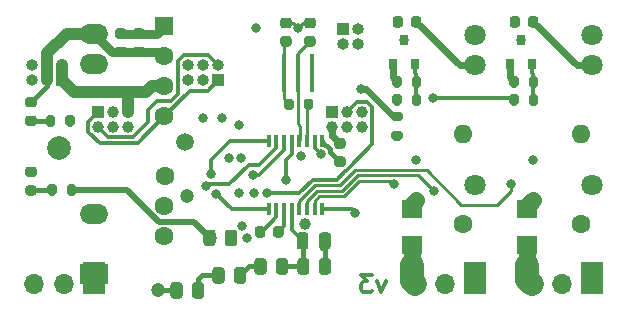
<source format=gbr>
%TF.GenerationSoftware,KiCad,Pcbnew,(5.1.10)-1*%
%TF.CreationDate,2022-01-18T17:52:15+07:00*%
%TF.ProjectId,Power_manager_v3,506f7765-725f-46d6-916e-616765725f76,rev?*%
%TF.SameCoordinates,Original*%
%TF.FileFunction,Copper,L4,Bot*%
%TF.FilePolarity,Positive*%
%FSLAX46Y46*%
G04 Gerber Fmt 4.6, Leading zero omitted, Abs format (unit mm)*
G04 Created by KiCad (PCBNEW (5.1.10)-1) date 2022-01-18 17:52:15*
%MOMM*%
%LPD*%
G01*
G04 APERTURE LIST*
%TA.AperFunction,NonConductor*%
%ADD10C,0.300000*%
%TD*%
%TA.AperFunction,ComponentPad*%
%ADD11C,1.000000*%
%TD*%
%TA.AperFunction,ComponentPad*%
%ADD12R,1.000000X1.000000*%
%TD*%
%TA.AperFunction,ComponentPad*%
%ADD13C,1.600000*%
%TD*%
%TA.AperFunction,ComponentPad*%
%ADD14R,1.600000X1.600000*%
%TD*%
%TA.AperFunction,ComponentPad*%
%ADD15R,2.400000X1.700000*%
%TD*%
%TA.AperFunction,ComponentPad*%
%ADD16O,2.400000X1.700000*%
%TD*%
%TA.AperFunction,ComponentPad*%
%ADD17O,1.700000X1.700000*%
%TD*%
%TA.AperFunction,ComponentPad*%
%ADD18R,1.900000X2.700000*%
%TD*%
%TA.AperFunction,ComponentPad*%
%ADD19O,1.000000X1.000000*%
%TD*%
%TA.AperFunction,ComponentPad*%
%ADD20C,1.500000*%
%TD*%
%TA.AperFunction,ComponentPad*%
%ADD21O,1.600000X1.600000*%
%TD*%
%TA.AperFunction,ComponentPad*%
%ADD22C,2.000000*%
%TD*%
%TA.AperFunction,SMDPad,CuDef*%
%ADD23R,0.400000X3.200000*%
%TD*%
%TA.AperFunction,SMDPad,CuDef*%
%ADD24R,0.400000X1.000000*%
%TD*%
%TA.AperFunction,SMDPad,CuDef*%
%ADD25R,0.800000X0.900000*%
%TD*%
%TA.AperFunction,ComponentPad*%
%ADD26C,1.800000*%
%TD*%
%TA.AperFunction,ComponentPad*%
%ADD27R,1.800000X1.800000*%
%TD*%
%TA.AperFunction,SMDPad,CuDef*%
%ADD28R,1.800000X1.500000*%
%TD*%
%TA.AperFunction,ViaPad*%
%ADD29C,0.800000*%
%TD*%
%TA.AperFunction,ViaPad*%
%ADD30C,1.200000*%
%TD*%
%TA.AperFunction,ViaPad*%
%ADD31C,1.000000*%
%TD*%
%TA.AperFunction,Conductor*%
%ADD32C,1.000000*%
%TD*%
%TA.AperFunction,Conductor*%
%ADD33C,0.800000*%
%TD*%
%TA.AperFunction,Conductor*%
%ADD34C,0.400000*%
%TD*%
%TA.AperFunction,Conductor*%
%ADD35C,1.400000*%
%TD*%
%TA.AperFunction,Conductor*%
%ADD36C,0.250000*%
%TD*%
%TA.AperFunction,Conductor*%
%ADD37C,0.600000*%
%TD*%
%TA.AperFunction,Conductor*%
%ADD38C,0.300000*%
%TD*%
%TA.AperFunction,Conductor*%
%ADD39C,2.000000*%
%TD*%
%TA.AperFunction,Conductor*%
%ADD40C,0.500000*%
%TD*%
G04 APERTURE END LIST*
D10*
X106151428Y-97900571D02*
X105794285Y-98900571D01*
X105437142Y-97900571D01*
X105008571Y-97400571D02*
X104080000Y-97400571D01*
X104580000Y-97972000D01*
X104365714Y-97972000D01*
X104222857Y-98043428D01*
X104151428Y-98114857D01*
X104080000Y-98257714D01*
X104080000Y-98614857D01*
X104151428Y-98757714D01*
X104222857Y-98829142D01*
X104365714Y-98900571D01*
X104794285Y-98900571D01*
X104937142Y-98829142D01*
X105008571Y-98757714D01*
D11*
%TO.P,U7,B6*%
%TO.N,/Int*%
X104191000Y-84887000D03*
%TO.P,U7,B5*%
%TO.N,/+5V_valid*%
X104191000Y-83617000D03*
%TO.P,U7,B4*%
%TO.N,/I2C_SCL*%
X102921000Y-84887000D03*
%TO.P,U7,B3*%
%TO.N,/I2C_SDA*%
X102921000Y-83617000D03*
%TO.P,U7,B2*%
%TO.N,GNDPWR*%
X101651000Y-84887000D03*
D12*
%TO.P,U7,B1*%
%TO.N,+3.3VP*%
X101651000Y-83617000D03*
D11*
%TO.P,U7,A6*%
%TO.N,GND1*%
X84379000Y-84887000D03*
%TO.P,U7,A5*%
%TO.N,+5P*%
X84379000Y-83617000D03*
%TO.P,U7,A4*%
%TO.N,/scl0*%
X83109000Y-84887000D03*
%TO.P,U7,A3*%
%TO.N,/sda0*%
X83109000Y-83617000D03*
%TO.P,U7,A2*%
%TO.N,/I2C_Int*%
X81839000Y-84887000D03*
D12*
%TO.P,U7,A1*%
%TO.N,/+5V_state*%
X81839000Y-83617000D03*
%TD*%
D13*
%TO.P,U4,7*%
%TO.N,Net-(JP6-Pad1)*%
X87427000Y-94158000D03*
%TO.P,U4,6*%
%TO.N,GNDPWR*%
X87427000Y-91618000D03*
%TO.P,U4,5*%
%TO.N,Net-(JP5-Pad1)*%
X87436500Y-89078000D03*
%TO.P,U4,4*%
%TO.N,/+5V_state*%
X87427000Y-83998000D03*
%TO.P,U4,3*%
%TO.N,+5P*%
X87427000Y-81458000D03*
%TO.P,U4,2*%
%TO.N,GND1*%
X87427000Y-78918000D03*
D14*
%TO.P,U4,1*%
%TO.N,Net-(C6-Pad2)*%
X87427000Y-76378000D03*
%TD*%
D15*
%TO.P,U1,1*%
%TO.N,Net-(J1-Pad1)*%
X81458000Y-97333000D03*
D16*
%TO.P,U1,2*%
%TO.N,Net-(J1-Pad3)*%
X81458000Y-92253000D03*
%TO.P,U1,3*%
%TO.N,+5V*%
X81458000Y-79553000D03*
%TO.P,U1,4*%
%TO.N,GND1*%
X81458000Y-77013000D03*
%TD*%
D17*
%TO.P,J4,3*%
%TO.N,/Load2N*%
X118542000Y-98222000D03*
%TO.P,J4,2*%
%TO.N,N/C*%
X121082000Y-98222000D03*
D18*
%TO.P,J4,1*%
%TO.N,Net-(J4-Pad1)*%
X123622000Y-97714000D03*
%TD*%
D17*
%TO.P,J3,3*%
%TO.N,/Load1N*%
X108636000Y-98222000D03*
%TO.P,J3,2*%
%TO.N,N/C*%
X111176000Y-98222000D03*
D18*
%TO.P,J3,1*%
%TO.N,Net-(J3-Pad1)*%
X113716000Y-97714000D03*
%TD*%
D17*
%TO.P,J1,3*%
%TO.N,Net-(J1-Pad3)*%
X76378000Y-98222000D03*
%TO.P,J1,2*%
%TO.N,N/C*%
X78918000Y-98222000D03*
D18*
%TO.P,J1,1*%
%TO.N,Net-(J1-Pad1)*%
X81458000Y-97714000D03*
%TD*%
D19*
%TO.P,JP4,4*%
%TO.N,/nRst*%
X103810000Y-77902000D03*
%TO.P,JP4,3*%
%TO.N,GNDPWR*%
X103810000Y-76632000D03*
%TO.P,JP4,2*%
%TO.N,Net-(JP4-Pad2)*%
X102540000Y-77902000D03*
D12*
%TO.P,JP4,1*%
%TO.N,GNDPWR*%
X102540000Y-76632000D03*
%TD*%
D19*
%TO.P,J6,6*%
%TO.N,/sda0*%
X89459000Y-79680000D03*
%TO.P,J6,5*%
%TO.N,/scl0*%
X89459000Y-80950000D03*
%TO.P,J6,4*%
%TO.N,GND1*%
X90729000Y-79680000D03*
%TO.P,J6,3*%
X90729000Y-80950000D03*
%TO.P,J6,2*%
%TO.N,/I2C_Int*%
X91999000Y-79680000D03*
D12*
%TO.P,J6,1*%
%TO.N,/+5V_state*%
X91999000Y-80950000D03*
%TD*%
D20*
%TO.P,KP1,1*%
%TO.N,Net-(KP1-Pad1)*%
X89205000Y-86157000D03*
%TD*%
D21*
%TO.P,F1,2*%
%TO.N,Net-(F1-Pad2)*%
X112700000Y-85522000D03*
D13*
%TO.P,F1,1*%
%TO.N,AC*%
X112700000Y-93142000D03*
%TD*%
%TO.P,R27,2*%
%TO.N,Net-(R27-Pad2)*%
%TA.AperFunction,SMDPad,CuDef*%
G36*
G01*
X106837000Y-85248000D02*
X107387000Y-85248000D01*
G75*
G02*
X107587000Y-85448000I0J-200000D01*
G01*
X107587000Y-85848000D01*
G75*
G02*
X107387000Y-86048000I-200000J0D01*
G01*
X106837000Y-86048000D01*
G75*
G02*
X106637000Y-85848000I0J200000D01*
G01*
X106637000Y-85448000D01*
G75*
G02*
X106837000Y-85248000I200000J0D01*
G01*
G37*
%TD.AperFunction*%
%TO.P,R27,1*%
%TO.N,+3.3VP*%
%TA.AperFunction,SMDPad,CuDef*%
G36*
G01*
X106837000Y-83598000D02*
X107387000Y-83598000D01*
G75*
G02*
X107587000Y-83798000I0J-200000D01*
G01*
X107587000Y-84198000D01*
G75*
G02*
X107387000Y-84398000I-200000J0D01*
G01*
X106837000Y-84398000D01*
G75*
G02*
X106637000Y-84198000I0J200000D01*
G01*
X106637000Y-83798000D01*
G75*
G02*
X106837000Y-83598000I200000J0D01*
G01*
G37*
%TD.AperFunction*%
%TD*%
%TO.P,L1,2*%
%TO.N,Net-(C17-Pad2)*%
%TA.AperFunction,SMDPad,CuDef*%
G36*
G01*
X92549500Y-94735001D02*
X92549500Y-93834999D01*
G75*
G02*
X92799499Y-93585000I249999J0D01*
G01*
X93324501Y-93585000D01*
G75*
G02*
X93574500Y-93834999I0J-249999D01*
G01*
X93574500Y-94735001D01*
G75*
G02*
X93324501Y-94985000I-249999J0D01*
G01*
X92799499Y-94985000D01*
G75*
G02*
X92549500Y-94735001I0J249999D01*
G01*
G37*
%TD.AperFunction*%
%TO.P,L1,1*%
%TO.N,+3.3VP*%
%TA.AperFunction,SMDPad,CuDef*%
G36*
G01*
X90724500Y-94735001D02*
X90724500Y-93834999D01*
G75*
G02*
X90974499Y-93585000I249999J0D01*
G01*
X91499501Y-93585000D01*
G75*
G02*
X91749500Y-93834999I0J-249999D01*
G01*
X91749500Y-94735001D01*
G75*
G02*
X91499501Y-94985000I-249999J0D01*
G01*
X90974499Y-94985000D01*
G75*
G02*
X90724500Y-94735001I0J249999D01*
G01*
G37*
%TD.AperFunction*%
%TD*%
%TO.P,C16,2*%
%TO.N,+3.3VP*%
%TA.AperFunction,SMDPad,CuDef*%
G36*
G01*
X102036000Y-87384000D02*
X102536000Y-87384000D01*
G75*
G02*
X102761000Y-87609000I0J-225000D01*
G01*
X102761000Y-88059000D01*
G75*
G02*
X102536000Y-88284000I-225000J0D01*
G01*
X102036000Y-88284000D01*
G75*
G02*
X101811000Y-88059000I0J225000D01*
G01*
X101811000Y-87609000D01*
G75*
G02*
X102036000Y-87384000I225000J0D01*
G01*
G37*
%TD.AperFunction*%
%TO.P,C16,1*%
%TO.N,GNDPWR*%
%TA.AperFunction,SMDPad,CuDef*%
G36*
G01*
X102036000Y-85834000D02*
X102536000Y-85834000D01*
G75*
G02*
X102761000Y-86059000I0J-225000D01*
G01*
X102761000Y-86509000D01*
G75*
G02*
X102536000Y-86734000I-225000J0D01*
G01*
X102036000Y-86734000D01*
G75*
G02*
X101811000Y-86509000I0J225000D01*
G01*
X101811000Y-86059000D01*
G75*
G02*
X102036000Y-85834000I225000J0D01*
G01*
G37*
%TD.AperFunction*%
%TD*%
%TO.P,C14,2*%
%TO.N,Net-(C14-Pad2)*%
%TA.AperFunction,SMDPad,CuDef*%
G36*
G01*
X95979000Y-93527000D02*
X95979000Y-94027000D01*
G75*
G02*
X95754000Y-94252000I-225000J0D01*
G01*
X95304000Y-94252000D01*
G75*
G02*
X95079000Y-94027000I0J225000D01*
G01*
X95079000Y-93527000D01*
G75*
G02*
X95304000Y-93302000I225000J0D01*
G01*
X95754000Y-93302000D01*
G75*
G02*
X95979000Y-93527000I0J-225000D01*
G01*
G37*
%TD.AperFunction*%
%TO.P,C14,1*%
%TO.N,GNDPWR*%
%TA.AperFunction,SMDPad,CuDef*%
G36*
G01*
X97529000Y-93527000D02*
X97529000Y-94027000D01*
G75*
G02*
X97304000Y-94252000I-225000J0D01*
G01*
X96854000Y-94252000D01*
G75*
G02*
X96629000Y-94027000I0J225000D01*
G01*
X96629000Y-93527000D01*
G75*
G02*
X96854000Y-93302000I225000J0D01*
G01*
X97304000Y-93302000D01*
G75*
G02*
X97529000Y-93527000I0J-225000D01*
G01*
G37*
%TD.AperFunction*%
%TD*%
D22*
%TO.P,GND1,1*%
%TO.N,GND1*%
X78537000Y-86665000D03*
%TD*%
D23*
%TO.P,Y2,3*%
%TO.N,N/C*%
X99930000Y-80315000D03*
%TO.P,Y2,2*%
%TO.N,Net-(C18-Pad2)*%
X98730000Y-80315000D03*
%TO.P,Y2,1*%
%TO.N,Net-(C19-Pad2)*%
X97530000Y-80315000D03*
%TD*%
D24*
%TO.P,U6,16*%
%TO.N,+3.3VP*%
X100807000Y-86072000D03*
%TO.P,U6,15*%
%TO.N,/Int*%
X100157000Y-86072000D03*
%TO.P,U6,14*%
%TO.N,Net-(R26-Pad1)*%
X99507000Y-86072000D03*
%TO.P,U6,13*%
%TO.N,Net-(C18-Pad2)*%
X98857000Y-86072000D03*
%TO.P,U6,12*%
%TO.N,Net-(R27-Pad2)*%
X98207000Y-86072000D03*
%TO.P,U6,11*%
%TO.N,/SPI_SSEL*%
X97557000Y-86072000D03*
%TO.P,U6,10*%
%TO.N,/SPI_SCLK*%
X96907000Y-86072000D03*
%TO.P,U6,9*%
%TO.N,/SPI_MOSI*%
X96257000Y-86072000D03*
%TO.P,U6,8*%
%TO.N,/SPI_MISO*%
X96257000Y-91872000D03*
%TO.P,U6,7*%
%TO.N,Net-(C14-Pad2)*%
X96907000Y-91872000D03*
%TO.P,U6,6*%
%TO.N,GNDPWR*%
X97557000Y-91872000D03*
%TO.P,U6,5*%
%TO.N,Net-(C13-Pad2)*%
X98207000Y-91872000D03*
%TO.P,U6,4*%
%TO.N,Net-(C12-Pad1)*%
X98857000Y-91872000D03*
%TO.P,U6,3*%
%TO.N,Net-(C11-Pad2)*%
X99507000Y-91872000D03*
%TO.P,U6,2*%
%TO.N,Net-(C10-Pad1)*%
X100157000Y-91872000D03*
%TO.P,U6,1*%
%TO.N,Net-(C9-Pad2)*%
X100807000Y-91872000D03*
%TD*%
%TO.P,R26,2*%
%TO.N,Net-(C19-Pad2)*%
%TA.AperFunction,SMDPad,CuDef*%
G36*
G01*
X98368000Y-82707000D02*
X98368000Y-83257000D01*
G75*
G02*
X98168000Y-83457000I-200000J0D01*
G01*
X97768000Y-83457000D01*
G75*
G02*
X97568000Y-83257000I0J200000D01*
G01*
X97568000Y-82707000D01*
G75*
G02*
X97768000Y-82507000I200000J0D01*
G01*
X98168000Y-82507000D01*
G75*
G02*
X98368000Y-82707000I0J-200000D01*
G01*
G37*
%TD.AperFunction*%
%TO.P,R26,1*%
%TO.N,Net-(R26-Pad1)*%
%TA.AperFunction,SMDPad,CuDef*%
G36*
G01*
X100018000Y-82707000D02*
X100018000Y-83257000D01*
G75*
G02*
X99818000Y-83457000I-200000J0D01*
G01*
X99418000Y-83457000D01*
G75*
G02*
X99218000Y-83257000I0J200000D01*
G01*
X99218000Y-82707000D01*
G75*
G02*
X99418000Y-82507000I200000J0D01*
G01*
X99818000Y-82507000D01*
G75*
G02*
X100018000Y-82707000I0J-200000D01*
G01*
G37*
%TD.AperFunction*%
%TD*%
%TO.P,R22,2*%
%TO.N,GNDPWR*%
%TA.AperFunction,SMDPad,CuDef*%
G36*
G01*
X100503500Y-97148001D02*
X100503500Y-96247999D01*
G75*
G02*
X100753499Y-95998000I249999J0D01*
G01*
X101278501Y-95998000D01*
G75*
G02*
X101528500Y-96247999I0J-249999D01*
G01*
X101528500Y-97148001D01*
G75*
G02*
X101278501Y-97398000I-249999J0D01*
G01*
X100753499Y-97398000D01*
G75*
G02*
X100503500Y-97148001I0J249999D01*
G01*
G37*
%TD.AperFunction*%
%TO.P,R22,1*%
%TO.N,Net-(C13-Pad2)*%
%TA.AperFunction,SMDPad,CuDef*%
G36*
G01*
X98678500Y-97148001D02*
X98678500Y-96247999D01*
G75*
G02*
X98928499Y-95998000I249999J0D01*
G01*
X99453501Y-95998000D01*
G75*
G02*
X99703500Y-96247999I0J-249999D01*
G01*
X99703500Y-97148001D01*
G75*
G02*
X99453501Y-97398000I-249999J0D01*
G01*
X98928499Y-97398000D01*
G75*
G02*
X98678500Y-97148001I0J249999D01*
G01*
G37*
%TD.AperFunction*%
%TD*%
%TO.P,R17,2*%
%TO.N,Net-(R11-Pad1)*%
%TA.AperFunction,SMDPad,CuDef*%
G36*
G01*
X96067500Y-96247999D02*
X96067500Y-97148001D01*
G75*
G02*
X95817501Y-97398000I-249999J0D01*
G01*
X95292499Y-97398000D01*
G75*
G02*
X95042500Y-97148001I0J249999D01*
G01*
X95042500Y-96247999D01*
G75*
G02*
X95292499Y-95998000I249999J0D01*
G01*
X95817501Y-95998000D01*
G75*
G02*
X96067500Y-96247999I0J-249999D01*
G01*
G37*
%TD.AperFunction*%
%TO.P,R17,1*%
%TO.N,Net-(C13-Pad2)*%
%TA.AperFunction,SMDPad,CuDef*%
G36*
G01*
X97892500Y-96247999D02*
X97892500Y-97148001D01*
G75*
G02*
X97642501Y-97398000I-249999J0D01*
G01*
X97117499Y-97398000D01*
G75*
G02*
X96867500Y-97148001I0J249999D01*
G01*
X96867500Y-96247999D01*
G75*
G02*
X97117499Y-95998000I249999J0D01*
G01*
X97642501Y-95998000D01*
G75*
G02*
X97892500Y-96247999I0J-249999D01*
G01*
G37*
%TD.AperFunction*%
%TD*%
%TO.P,R12,2*%
%TO.N,AC*%
%TA.AperFunction,SMDPad,CuDef*%
G36*
G01*
X88955500Y-98279999D02*
X88955500Y-99180001D01*
G75*
G02*
X88705501Y-99430000I-249999J0D01*
G01*
X88180499Y-99430000D01*
G75*
G02*
X87930500Y-99180001I0J249999D01*
G01*
X87930500Y-98279999D01*
G75*
G02*
X88180499Y-98030000I249999J0D01*
G01*
X88705501Y-98030000D01*
G75*
G02*
X88955500Y-98279999I0J-249999D01*
G01*
G37*
%TD.AperFunction*%
%TO.P,R12,1*%
%TO.N,Net-(R11-Pad2)*%
%TA.AperFunction,SMDPad,CuDef*%
G36*
G01*
X90780500Y-98279999D02*
X90780500Y-99180001D01*
G75*
G02*
X90530501Y-99430000I-249999J0D01*
G01*
X90005499Y-99430000D01*
G75*
G02*
X89755500Y-99180001I0J249999D01*
G01*
X89755500Y-98279999D01*
G75*
G02*
X90005499Y-98030000I249999J0D01*
G01*
X90530501Y-98030000D01*
G75*
G02*
X90780500Y-98279999I0J-249999D01*
G01*
G37*
%TD.AperFunction*%
%TD*%
%TO.P,R11,2*%
%TO.N,Net-(R11-Pad2)*%
%TA.AperFunction,SMDPad,CuDef*%
G36*
G01*
X92511500Y-97009999D02*
X92511500Y-97910001D01*
G75*
G02*
X92261501Y-98160000I-249999J0D01*
G01*
X91736499Y-98160000D01*
G75*
G02*
X91486500Y-97910001I0J249999D01*
G01*
X91486500Y-97009999D01*
G75*
G02*
X91736499Y-96760000I249999J0D01*
G01*
X92261501Y-96760000D01*
G75*
G02*
X92511500Y-97009999I0J-249999D01*
G01*
G37*
%TD.AperFunction*%
%TO.P,R11,1*%
%TO.N,Net-(R11-Pad1)*%
%TA.AperFunction,SMDPad,CuDef*%
G36*
G01*
X94336500Y-97009999D02*
X94336500Y-97910001D01*
G75*
G02*
X94086501Y-98160000I-249999J0D01*
G01*
X93561499Y-98160000D01*
G75*
G02*
X93311500Y-97910001I0J249999D01*
G01*
X93311500Y-97009999D01*
G75*
G02*
X93561499Y-96760000I249999J0D01*
G01*
X94086501Y-96760000D01*
G75*
G02*
X94336500Y-97009999I0J-249999D01*
G01*
G37*
%TD.AperFunction*%
%TD*%
%TO.P,R7,2*%
%TO.N,GNDPWR*%
%TA.AperFunction,SMDPad,CuDef*%
G36*
G01*
X107513000Y-80802000D02*
X107513000Y-81352000D01*
G75*
G02*
X107313000Y-81552000I-200000J0D01*
G01*
X106913000Y-81552000D01*
G75*
G02*
X106713000Y-81352000I0J200000D01*
G01*
X106713000Y-80802000D01*
G75*
G02*
X106913000Y-80602000I200000J0D01*
G01*
X107313000Y-80602000D01*
G75*
G02*
X107513000Y-80802000I0J-200000D01*
G01*
G37*
%TD.AperFunction*%
%TO.P,R7,1*%
%TO.N,Net-(Q1-Pad1)*%
%TA.AperFunction,SMDPad,CuDef*%
G36*
G01*
X109163000Y-80802000D02*
X109163000Y-81352000D01*
G75*
G02*
X108963000Y-81552000I-200000J0D01*
G01*
X108563000Y-81552000D01*
G75*
G02*
X108363000Y-81352000I0J200000D01*
G01*
X108363000Y-80802000D01*
G75*
G02*
X108563000Y-80602000I200000J0D01*
G01*
X108963000Y-80602000D01*
G75*
G02*
X109163000Y-80802000I0J-200000D01*
G01*
G37*
%TD.AperFunction*%
%TD*%
%TO.P,R3,2*%
%TO.N,/L1_o1_nEn*%
%TA.AperFunction,SMDPad,CuDef*%
G36*
G01*
X107513000Y-82326000D02*
X107513000Y-82876000D01*
G75*
G02*
X107313000Y-83076000I-200000J0D01*
G01*
X106913000Y-83076000D01*
G75*
G02*
X106713000Y-82876000I0J200000D01*
G01*
X106713000Y-82326000D01*
G75*
G02*
X106913000Y-82126000I200000J0D01*
G01*
X107313000Y-82126000D01*
G75*
G02*
X107513000Y-82326000I0J-200000D01*
G01*
G37*
%TD.AperFunction*%
%TO.P,R3,1*%
%TO.N,Net-(Q1-Pad1)*%
%TA.AperFunction,SMDPad,CuDef*%
G36*
G01*
X109163000Y-82326000D02*
X109163000Y-82876000D01*
G75*
G02*
X108963000Y-83076000I-200000J0D01*
G01*
X108563000Y-83076000D01*
G75*
G02*
X108363000Y-82876000I0J200000D01*
G01*
X108363000Y-82326000D01*
G75*
G02*
X108563000Y-82126000I200000J0D01*
G01*
X108963000Y-82126000D01*
G75*
G02*
X109163000Y-82326000I0J-200000D01*
G01*
G37*
%TD.AperFunction*%
%TD*%
D25*
%TO.P,Q1,3*%
%TO.N,Net-(C1-Pad1)*%
X107686000Y-77521000D03*
%TO.P,Q1,2*%
%TO.N,GNDPWR*%
X106736000Y-79521000D03*
%TO.P,Q1,1*%
%TO.N,Net-(Q1-Pad1)*%
X108636000Y-79521000D03*
%TD*%
%TO.P,C19,2*%
%TO.N,Net-(C19-Pad2)*%
%TA.AperFunction,SMDPad,CuDef*%
G36*
G01*
X97464000Y-77198000D02*
X97964000Y-77198000D01*
G75*
G02*
X98189000Y-77423000I0J-225000D01*
G01*
X98189000Y-77873000D01*
G75*
G02*
X97964000Y-78098000I-225000J0D01*
G01*
X97464000Y-78098000D01*
G75*
G02*
X97239000Y-77873000I0J225000D01*
G01*
X97239000Y-77423000D01*
G75*
G02*
X97464000Y-77198000I225000J0D01*
G01*
G37*
%TD.AperFunction*%
%TO.P,C19,1*%
%TO.N,GNDPWR*%
%TA.AperFunction,SMDPad,CuDef*%
G36*
G01*
X97464000Y-75648000D02*
X97964000Y-75648000D01*
G75*
G02*
X98189000Y-75873000I0J-225000D01*
G01*
X98189000Y-76323000D01*
G75*
G02*
X97964000Y-76548000I-225000J0D01*
G01*
X97464000Y-76548000D01*
G75*
G02*
X97239000Y-76323000I0J225000D01*
G01*
X97239000Y-75873000D01*
G75*
G02*
X97464000Y-75648000I225000J0D01*
G01*
G37*
%TD.AperFunction*%
%TD*%
%TO.P,C18,2*%
%TO.N,Net-(C18-Pad2)*%
%TA.AperFunction,SMDPad,CuDef*%
G36*
G01*
X99496000Y-77198000D02*
X99996000Y-77198000D01*
G75*
G02*
X100221000Y-77423000I0J-225000D01*
G01*
X100221000Y-77873000D01*
G75*
G02*
X99996000Y-78098000I-225000J0D01*
G01*
X99496000Y-78098000D01*
G75*
G02*
X99271000Y-77873000I0J225000D01*
G01*
X99271000Y-77423000D01*
G75*
G02*
X99496000Y-77198000I225000J0D01*
G01*
G37*
%TD.AperFunction*%
%TO.P,C18,1*%
%TO.N,GNDPWR*%
%TA.AperFunction,SMDPad,CuDef*%
G36*
G01*
X99496000Y-75648000D02*
X99996000Y-75648000D01*
G75*
G02*
X100221000Y-75873000I0J-225000D01*
G01*
X100221000Y-76323000D01*
G75*
G02*
X99996000Y-76548000I-225000J0D01*
G01*
X99496000Y-76548000D01*
G75*
G02*
X99271000Y-76323000I0J225000D01*
G01*
X99271000Y-75873000D01*
G75*
G02*
X99496000Y-75648000I225000J0D01*
G01*
G37*
%TD.AperFunction*%
%TD*%
%TO.P,C13,2*%
%TO.N,Net-(C13-Pad2)*%
%TA.AperFunction,SMDPad,CuDef*%
G36*
G01*
X99616000Y-94064000D02*
X99616000Y-95014000D01*
G75*
G02*
X99366000Y-95264000I-250000J0D01*
G01*
X98866000Y-95264000D01*
G75*
G02*
X98616000Y-95014000I0J250000D01*
G01*
X98616000Y-94064000D01*
G75*
G02*
X98866000Y-93814000I250000J0D01*
G01*
X99366000Y-93814000D01*
G75*
G02*
X99616000Y-94064000I0J-250000D01*
G01*
G37*
%TD.AperFunction*%
%TO.P,C13,1*%
%TO.N,GNDPWR*%
%TA.AperFunction,SMDPad,CuDef*%
G36*
G01*
X101516000Y-94064000D02*
X101516000Y-95014000D01*
G75*
G02*
X101266000Y-95264000I-250000J0D01*
G01*
X100766000Y-95264000D01*
G75*
G02*
X100516000Y-95014000I0J250000D01*
G01*
X100516000Y-94064000D01*
G75*
G02*
X100766000Y-93814000I250000J0D01*
G01*
X101266000Y-93814000D01*
G75*
G02*
X101516000Y-94064000I0J-250000D01*
G01*
G37*
%TD.AperFunction*%
%TD*%
%TO.P,C8,2*%
%TO.N,Net-(C6-Pad2)*%
%TA.AperFunction,SMDPad,CuDef*%
G36*
G01*
X83968000Y-77437000D02*
X83468000Y-77437000D01*
G75*
G02*
X83243000Y-77212000I0J225000D01*
G01*
X83243000Y-76762000D01*
G75*
G02*
X83468000Y-76537000I225000J0D01*
G01*
X83968000Y-76537000D01*
G75*
G02*
X84193000Y-76762000I0J-225000D01*
G01*
X84193000Y-77212000D01*
G75*
G02*
X83968000Y-77437000I-225000J0D01*
G01*
G37*
%TD.AperFunction*%
%TO.P,C8,1*%
%TO.N,GND1*%
%TA.AperFunction,SMDPad,CuDef*%
G36*
G01*
X83968000Y-78987000D02*
X83468000Y-78987000D01*
G75*
G02*
X83243000Y-78762000I0J225000D01*
G01*
X83243000Y-78312000D01*
G75*
G02*
X83468000Y-78087000I225000J0D01*
G01*
X83968000Y-78087000D01*
G75*
G02*
X84193000Y-78312000I0J-225000D01*
G01*
X84193000Y-78762000D01*
G75*
G02*
X83968000Y-78987000I-225000J0D01*
G01*
G37*
%TD.AperFunction*%
%TD*%
%TO.P,C6,2*%
%TO.N,Net-(C6-Pad2)*%
%TA.AperFunction,SMDPad,CuDef*%
G36*
G01*
X85518000Y-77437000D02*
X85018000Y-77437000D01*
G75*
G02*
X84793000Y-77212000I0J225000D01*
G01*
X84793000Y-76762000D01*
G75*
G02*
X85018000Y-76537000I225000J0D01*
G01*
X85518000Y-76537000D01*
G75*
G02*
X85743000Y-76762000I0J-225000D01*
G01*
X85743000Y-77212000D01*
G75*
G02*
X85518000Y-77437000I-225000J0D01*
G01*
G37*
%TD.AperFunction*%
%TO.P,C6,1*%
%TO.N,GND1*%
%TA.AperFunction,SMDPad,CuDef*%
G36*
G01*
X85518000Y-78987000D02*
X85018000Y-78987000D01*
G75*
G02*
X84793000Y-78762000I0J225000D01*
G01*
X84793000Y-78312000D01*
G75*
G02*
X85018000Y-78087000I225000J0D01*
G01*
X85518000Y-78087000D01*
G75*
G02*
X85743000Y-78312000I0J-225000D01*
G01*
X85743000Y-78762000D01*
G75*
G02*
X85518000Y-78987000I-225000J0D01*
G01*
G37*
%TD.AperFunction*%
%TD*%
%TO.P,R4,2*%
%TO.N,/L1_o2_nEn*%
%TA.AperFunction,SMDPad,CuDef*%
G36*
G01*
X117419000Y-82326000D02*
X117419000Y-82876000D01*
G75*
G02*
X117219000Y-83076000I-200000J0D01*
G01*
X116819000Y-83076000D01*
G75*
G02*
X116619000Y-82876000I0J200000D01*
G01*
X116619000Y-82326000D01*
G75*
G02*
X116819000Y-82126000I200000J0D01*
G01*
X117219000Y-82126000D01*
G75*
G02*
X117419000Y-82326000I0J-200000D01*
G01*
G37*
%TD.AperFunction*%
%TO.P,R4,1*%
%TO.N,Net-(Q2-Pad1)*%
%TA.AperFunction,SMDPad,CuDef*%
G36*
G01*
X119069000Y-82326000D02*
X119069000Y-82876000D01*
G75*
G02*
X118869000Y-83076000I-200000J0D01*
G01*
X118469000Y-83076000D01*
G75*
G02*
X118269000Y-82876000I0J200000D01*
G01*
X118269000Y-82326000D01*
G75*
G02*
X118469000Y-82126000I200000J0D01*
G01*
X118869000Y-82126000D01*
G75*
G02*
X119069000Y-82326000I0J-200000D01*
G01*
G37*
%TD.AperFunction*%
%TD*%
%TO.P,R10,2*%
%TO.N,GNDPWR*%
%TA.AperFunction,SMDPad,CuDef*%
G36*
G01*
X117419000Y-80802000D02*
X117419000Y-81352000D01*
G75*
G02*
X117219000Y-81552000I-200000J0D01*
G01*
X116819000Y-81552000D01*
G75*
G02*
X116619000Y-81352000I0J200000D01*
G01*
X116619000Y-80802000D01*
G75*
G02*
X116819000Y-80602000I200000J0D01*
G01*
X117219000Y-80602000D01*
G75*
G02*
X117419000Y-80802000I0J-200000D01*
G01*
G37*
%TD.AperFunction*%
%TO.P,R10,1*%
%TO.N,Net-(Q2-Pad1)*%
%TA.AperFunction,SMDPad,CuDef*%
G36*
G01*
X119069000Y-80802000D02*
X119069000Y-81352000D01*
G75*
G02*
X118869000Y-81552000I-200000J0D01*
G01*
X118469000Y-81552000D01*
G75*
G02*
X118269000Y-81352000I0J200000D01*
G01*
X118269000Y-80802000D01*
G75*
G02*
X118469000Y-80602000I200000J0D01*
G01*
X118869000Y-80602000D01*
G75*
G02*
X119069000Y-80802000I0J-200000D01*
G01*
G37*
%TD.AperFunction*%
%TD*%
%TO.P,Q2,3*%
%TO.N,Net-(C2-Pad1)*%
X117592000Y-77553000D03*
%TO.P,Q2,2*%
%TO.N,GNDPWR*%
X116642000Y-79553000D03*
%TO.P,Q2,1*%
%TO.N,Net-(Q2-Pad1)*%
X118542000Y-79553000D03*
%TD*%
%TO.P,R14,2*%
%TO.N,+3.3VP*%
%TA.AperFunction,SMDPad,CuDef*%
G36*
G01*
X79153000Y-90496000D02*
X79153000Y-89946000D01*
G75*
G02*
X79353000Y-89746000I200000J0D01*
G01*
X79753000Y-89746000D01*
G75*
G02*
X79953000Y-89946000I0J-200000D01*
G01*
X79953000Y-90496000D01*
G75*
G02*
X79753000Y-90696000I-200000J0D01*
G01*
X79353000Y-90696000D01*
G75*
G02*
X79153000Y-90496000I0J200000D01*
G01*
G37*
%TD.AperFunction*%
%TO.P,R14,1*%
%TO.N,Net-(D6-Pad2)*%
%TA.AperFunction,SMDPad,CuDef*%
G36*
G01*
X77503000Y-90496000D02*
X77503000Y-89946000D01*
G75*
G02*
X77703000Y-89746000I200000J0D01*
G01*
X78103000Y-89746000D01*
G75*
G02*
X78303000Y-89946000I0J-200000D01*
G01*
X78303000Y-90496000D01*
G75*
G02*
X78103000Y-90696000I-200000J0D01*
G01*
X77703000Y-90696000D01*
G75*
G02*
X77503000Y-90496000I0J200000D01*
G01*
G37*
%TD.AperFunction*%
%TD*%
%TO.P,D6,2*%
%TO.N,Net-(D6-Pad2)*%
%TA.AperFunction,SMDPad,CuDef*%
G36*
G01*
X75867750Y-89834500D02*
X76380250Y-89834500D01*
G75*
G02*
X76599000Y-90053250I0J-218750D01*
G01*
X76599000Y-90490750D01*
G75*
G02*
X76380250Y-90709500I-218750J0D01*
G01*
X75867750Y-90709500D01*
G75*
G02*
X75649000Y-90490750I0J218750D01*
G01*
X75649000Y-90053250D01*
G75*
G02*
X75867750Y-89834500I218750J0D01*
G01*
G37*
%TD.AperFunction*%
%TO.P,D6,1*%
%TO.N,GNDPWR*%
%TA.AperFunction,SMDPad,CuDef*%
G36*
G01*
X75867750Y-88259500D02*
X76380250Y-88259500D01*
G75*
G02*
X76599000Y-88478250I0J-218750D01*
G01*
X76599000Y-88915750D01*
G75*
G02*
X76380250Y-89134500I-218750J0D01*
G01*
X75867750Y-89134500D01*
G75*
G02*
X75649000Y-88915750I0J218750D01*
G01*
X75649000Y-88478250D01*
G75*
G02*
X75867750Y-88259500I218750J0D01*
G01*
G37*
%TD.AperFunction*%
%TD*%
D26*
%TO.P,U2,4*%
%TO.N,Net-(D3-Pad2)*%
X113716000Y-77140000D03*
%TO.P,U2,3*%
%TO.N,+5VP*%
X113716000Y-79680000D03*
%TO.P,U2,2*%
%TO.N,Net-(F1-Pad2)*%
X113716000Y-89840000D03*
D27*
%TO.P,U2,1*%
%TO.N,Net-(J3-Pad1)*%
X113716000Y-97460000D03*
%TD*%
D28*
%TO.P,R16,2*%
%TO.N,GNDPWR*%
X118161000Y-91872000D03*
%TO.P,R16,1*%
%TO.N,/Load2N*%
X118161000Y-94872000D03*
%TD*%
%TO.P,R15,2*%
%TO.N,GNDPWR*%
X108382000Y-91872000D03*
%TO.P,R15,1*%
%TO.N,/Load1N*%
X108382000Y-94872000D03*
%TD*%
%TO.P,D2,2*%
%TO.N,+5VP*%
%TA.AperFunction,SMDPad,CuDef*%
G36*
G01*
X118219000Y-76253250D02*
X118219000Y-75740750D01*
G75*
G02*
X118437750Y-75522000I218750J0D01*
G01*
X118875250Y-75522000D01*
G75*
G02*
X119094000Y-75740750I0J-218750D01*
G01*
X119094000Y-76253250D01*
G75*
G02*
X118875250Y-76472000I-218750J0D01*
G01*
X118437750Y-76472000D01*
G75*
G02*
X118219000Y-76253250I0J218750D01*
G01*
G37*
%TD.AperFunction*%
%TO.P,D2,1*%
%TO.N,Net-(D2-Pad1)*%
%TA.AperFunction,SMDPad,CuDef*%
G36*
G01*
X116644000Y-76253250D02*
X116644000Y-75740750D01*
G75*
G02*
X116862750Y-75522000I218750J0D01*
G01*
X117300250Y-75522000D01*
G75*
G02*
X117519000Y-75740750I0J-218750D01*
G01*
X117519000Y-76253250D01*
G75*
G02*
X117300250Y-76472000I-218750J0D01*
G01*
X116862750Y-76472000D01*
G75*
G02*
X116644000Y-76253250I0J218750D01*
G01*
G37*
%TD.AperFunction*%
%TD*%
%TO.P,D1,2*%
%TO.N,+5VP*%
%TA.AperFunction,SMDPad,CuDef*%
G36*
G01*
X108313000Y-76253250D02*
X108313000Y-75740750D01*
G75*
G02*
X108531750Y-75522000I218750J0D01*
G01*
X108969250Y-75522000D01*
G75*
G02*
X109188000Y-75740750I0J-218750D01*
G01*
X109188000Y-76253250D01*
G75*
G02*
X108969250Y-76472000I-218750J0D01*
G01*
X108531750Y-76472000D01*
G75*
G02*
X108313000Y-76253250I0J218750D01*
G01*
G37*
%TD.AperFunction*%
%TO.P,D1,1*%
%TO.N,Net-(D1-Pad1)*%
%TA.AperFunction,SMDPad,CuDef*%
G36*
G01*
X106738000Y-76253250D02*
X106738000Y-75740750D01*
G75*
G02*
X106956750Y-75522000I218750J0D01*
G01*
X107394250Y-75522000D01*
G75*
G02*
X107613000Y-75740750I0J-218750D01*
G01*
X107613000Y-76253250D01*
G75*
G02*
X107394250Y-76472000I-218750J0D01*
G01*
X106956750Y-76472000D01*
G75*
G02*
X106738000Y-76253250I0J218750D01*
G01*
G37*
%TD.AperFunction*%
%TD*%
%TO.P,R13,2*%
%TO.N,+5V*%
%TA.AperFunction,SMDPad,CuDef*%
G36*
G01*
X79025000Y-84654000D02*
X79025000Y-84104000D01*
G75*
G02*
X79225000Y-83904000I200000J0D01*
G01*
X79625000Y-83904000D01*
G75*
G02*
X79825000Y-84104000I0J-200000D01*
G01*
X79825000Y-84654000D01*
G75*
G02*
X79625000Y-84854000I-200000J0D01*
G01*
X79225000Y-84854000D01*
G75*
G02*
X79025000Y-84654000I0J200000D01*
G01*
G37*
%TD.AperFunction*%
%TO.P,R13,1*%
%TO.N,Net-(D5-Pad2)*%
%TA.AperFunction,SMDPad,CuDef*%
G36*
G01*
X77375000Y-84654000D02*
X77375000Y-84104000D01*
G75*
G02*
X77575000Y-83904000I200000J0D01*
G01*
X77975000Y-83904000D01*
G75*
G02*
X78175000Y-84104000I0J-200000D01*
G01*
X78175000Y-84654000D01*
G75*
G02*
X77975000Y-84854000I-200000J0D01*
G01*
X77575000Y-84854000D01*
G75*
G02*
X77375000Y-84654000I0J200000D01*
G01*
G37*
%TD.AperFunction*%
%TD*%
%TO.P,D5,2*%
%TO.N,Net-(D5-Pad2)*%
%TA.AperFunction,SMDPad,CuDef*%
G36*
G01*
X75867750Y-83941500D02*
X76380250Y-83941500D01*
G75*
G02*
X76599000Y-84160250I0J-218750D01*
G01*
X76599000Y-84597750D01*
G75*
G02*
X76380250Y-84816500I-218750J0D01*
G01*
X75867750Y-84816500D01*
G75*
G02*
X75649000Y-84597750I0J218750D01*
G01*
X75649000Y-84160250D01*
G75*
G02*
X75867750Y-83941500I218750J0D01*
G01*
G37*
%TD.AperFunction*%
%TO.P,D5,1*%
%TO.N,GND1*%
%TA.AperFunction,SMDPad,CuDef*%
G36*
G01*
X75867750Y-82366500D02*
X76380250Y-82366500D01*
G75*
G02*
X76599000Y-82585250I0J-218750D01*
G01*
X76599000Y-83022750D01*
G75*
G02*
X76380250Y-83241500I-218750J0D01*
G01*
X75867750Y-83241500D01*
G75*
G02*
X75649000Y-83022750I0J218750D01*
G01*
X75649000Y-82585250D01*
G75*
G02*
X75867750Y-82366500I218750J0D01*
G01*
G37*
%TD.AperFunction*%
%TD*%
D26*
%TO.P,U3,4*%
%TO.N,Net-(D4-Pad2)*%
X123622000Y-77140000D03*
%TO.P,U3,3*%
%TO.N,+5VP*%
X123622000Y-79680000D03*
%TO.P,U3,2*%
%TO.N,Net-(F2-Pad2)*%
X123622000Y-89840000D03*
D27*
%TO.P,U3,1*%
%TO.N,Net-(J4-Pad1)*%
X123622000Y-97460000D03*
%TD*%
D19*
%TO.P,J2,6*%
%TO.N,+5V*%
X76251000Y-79680000D03*
%TO.P,J2,5*%
X76251000Y-80950000D03*
%TO.P,J2,4*%
%TO.N,GND1*%
X77521000Y-79680000D03*
%TO.P,J2,3*%
X77521000Y-80950000D03*
%TO.P,J2,2*%
%TO.N,+5P*%
X78791000Y-79680000D03*
D12*
%TO.P,J2,1*%
X78791000Y-80950000D03*
%TD*%
D21*
%TO.P,F2,2*%
%TO.N,Net-(F2-Pad2)*%
X122733000Y-85522000D03*
D13*
%TO.P,F2,1*%
%TO.N,AC*%
X122733000Y-93142000D03*
%TD*%
D29*
%TO.N,GNDPWR*%
X117018000Y-81077000D03*
D30*
X118669000Y-91110000D03*
X108763000Y-91110000D03*
D29*
X95174000Y-76505000D03*
X107112000Y-81077000D03*
X98730000Y-76505000D03*
X118589000Y-87681000D03*
X108683000Y-87681000D03*
X76124000Y-88697000D03*
X100960945Y-95063065D03*
X97057425Y-93755425D03*
X90729000Y-84125022D03*
X93978402Y-93274063D03*
D30*
%TO.N,+5VP*%
X89332000Y-90729000D03*
%TO.N,AC*%
X86919000Y-98730000D03*
%TO.N,+3.3VP*%
X91257678Y-94260868D03*
D29*
X102286000Y-87834000D03*
X94412000Y-94285000D03*
D31*
X99287627Y-93071744D03*
D29*
X104064000Y-81712000D03*
%TO.N,Net-(C9-Pad2)*%
X103571824Y-92141826D03*
%TO.N,Net-(C10-Pad1)*%
X106863013Y-89712998D03*
%TO.N,Net-(C11-Pad2)*%
X110282337Y-90352659D03*
%TO.N,Net-(C12-Pad1)*%
X116764000Y-89713000D03*
%TO.N,/L1_o1_nEn*%
X107112000Y-82601000D03*
X92888000Y-87500679D03*
%TO.N,/L1_o2_nEn*%
X93777000Y-84760000D03*
X110160000Y-82473998D03*
%TO.N,/SPI_MOSI*%
X91361034Y-88840237D03*
%TO.N,/SPI_MISO*%
X91764927Y-90528876D03*
%TO.N,/SPI_SCLK*%
X90960803Y-89882612D03*
%TO.N,/SPI_SSEL*%
X94936969Y-88973799D03*
%TO.N,/Int*%
X100662621Y-87172012D03*
X93899241Y-87490007D03*
%TO.N,Net-(C1-Pad1)*%
X107683500Y-77521000D03*
%TO.N,Net-(C2-Pad1)*%
X117589500Y-77559100D03*
%TO.N,Net-(D1-Pad1)*%
X107175500Y-75997000D03*
%TO.N,Net-(D2-Pad1)*%
X117081500Y-75997000D03*
%TO.N,+5V*%
X79425000Y-84379000D03*
%TO.N,Net-(C17-Pad2)*%
X93062000Y-94285000D03*
X92279000Y-84125020D03*
%TO.N,Net-(R27-Pad2)*%
X97737978Y-89373021D03*
X107096675Y-85632675D03*
%TO.N,/I2C_SDA*%
X96069875Y-90454535D03*
%TO.N,/I2C_SCL*%
X99024357Y-87311990D03*
X95030639Y-90502033D03*
%TO.N,/+5V_valid*%
X93777002Y-90475002D03*
%TD*%
D32*
%TO.N,+5P*%
X78791000Y-79680000D02*
X78791000Y-80950000D01*
X86411000Y-81458000D02*
X87427000Y-81458000D01*
X85903000Y-81966000D02*
X86411000Y-81458000D01*
X78791000Y-80950000D02*
X79807000Y-81966000D01*
X84379000Y-83490000D02*
X84379000Y-81966000D01*
X84379000Y-83617000D02*
X84379000Y-83490000D01*
X84379000Y-81966000D02*
X85903000Y-81966000D01*
X79807000Y-81966000D02*
X84379000Y-81966000D01*
D33*
%TO.N,GND1*%
X82982000Y-78537000D02*
X81458000Y-77013000D01*
X83718000Y-78537000D02*
X82982000Y-78537000D01*
X83718000Y-78537000D02*
X85268000Y-78537000D01*
X87046000Y-78537000D02*
X87427000Y-78918000D01*
X85268000Y-78537000D02*
X87046000Y-78537000D01*
D32*
X77521000Y-78664000D02*
X79172000Y-77013000D01*
X77521000Y-79680000D02*
X77521000Y-78664000D01*
X81458000Y-77013000D02*
X79172000Y-77013000D01*
X77521000Y-79680000D02*
X77521000Y-80950000D01*
D34*
X77521000Y-81407000D02*
X76124000Y-82804000D01*
X77521000Y-80950000D02*
X77521000Y-81407000D01*
D35*
%TO.N,GNDPWR*%
X118161000Y-91618000D02*
X118669000Y-91110000D01*
X118161000Y-91872000D02*
X118161000Y-91618000D01*
D36*
X97714000Y-76098000D02*
X98323000Y-76098000D01*
X98323000Y-76098000D02*
X98730000Y-76505000D01*
X99137000Y-76098000D02*
X98730000Y-76505000D01*
X99746000Y-76098000D02*
X99137000Y-76098000D01*
D35*
X108382000Y-91872000D02*
X108382000Y-91491000D01*
X108382000Y-91491000D02*
X108763000Y-91110000D01*
D37*
X106736000Y-80701000D02*
X107112000Y-81077000D01*
X106736000Y-79521000D02*
X106736000Y-80701000D01*
X116642000Y-80701000D02*
X117018000Y-81077000D01*
X116642000Y-79553000D02*
X116642000Y-80701000D01*
X101651000Y-85649000D02*
X101651000Y-84887000D01*
X102286000Y-86284000D02*
X101651000Y-85649000D01*
D34*
X101016000Y-95118120D02*
X100960945Y-95063065D01*
X101016000Y-96698000D02*
X101016000Y-95118120D01*
D38*
X97557000Y-93255850D02*
X97057425Y-93755425D01*
X97557000Y-91872000D02*
X97557000Y-93255850D01*
D37*
%TO.N,+5VP*%
X112433500Y-79680000D02*
X108750500Y-75997000D01*
X113716000Y-79680000D02*
X112433500Y-79680000D01*
X122339500Y-79680000D02*
X118656500Y-75997000D01*
X123622000Y-79680000D02*
X122339500Y-79680000D01*
D34*
%TO.N,AC*%
X88443000Y-98730000D02*
X86919000Y-98730000D01*
D35*
%TO.N,/Load1N*%
X108382000Y-94872000D02*
X108382000Y-96571000D01*
D39*
X108382000Y-97968000D02*
X108636000Y-98222000D01*
X108382000Y-96571000D02*
X108382000Y-97968000D01*
D35*
%TO.N,/Load2N*%
X118161000Y-94872000D02*
X118161000Y-96571000D01*
D39*
X118161000Y-97841000D02*
X118542000Y-98222000D01*
X118161000Y-96571000D02*
X118161000Y-97841000D01*
D38*
%TO.N,/I2C_Int*%
X88577001Y-82111500D02*
X88577001Y-79303997D01*
X87960501Y-82728000D02*
X88577001Y-82111500D01*
X86792000Y-82728000D02*
X87960501Y-82728000D01*
X86030000Y-83490000D02*
X86792000Y-82728000D01*
X86030000Y-84494002D02*
X86030000Y-83490000D01*
X84787001Y-85737001D02*
X86030000Y-84494002D01*
X82689001Y-85737001D02*
X84787001Y-85737001D01*
X81839000Y-84887000D02*
X82689001Y-85737001D01*
X89050999Y-78829999D02*
X88577001Y-79303997D01*
X91148999Y-78829999D02*
X89050999Y-78829999D01*
X91999000Y-79680000D02*
X91148999Y-78829999D01*
%TO.N,/+5V_state*%
X91872000Y-80950000D02*
X91872000Y-81204000D01*
X85187989Y-86237011D02*
X87427000Y-83998000D01*
X81931009Y-86237011D02*
X85187989Y-86237011D01*
X80988999Y-85295001D02*
X81931009Y-86237011D01*
X80988999Y-84467001D02*
X80988999Y-85295001D01*
X81839000Y-83617000D02*
X80988999Y-84467001D01*
X89586000Y-81839000D02*
X87427000Y-83998000D01*
X91110000Y-81839000D02*
X89586000Y-81839000D01*
X91999000Y-80950000D02*
X91110000Y-81839000D01*
D40*
%TO.N,+3.3VP*%
X84252000Y-90221000D02*
X79553000Y-90221000D01*
X86938999Y-92907999D02*
X84252000Y-90221000D01*
X89904809Y-92907999D02*
X86938999Y-92907999D01*
X91257678Y-94260868D02*
X89904809Y-92907999D01*
D34*
X102286000Y-87834000D02*
X102286000Y-87834000D01*
X100807000Y-86132389D02*
X101462622Y-86788011D01*
X100807000Y-86072000D02*
X100807000Y-86132389D01*
X101462622Y-86788011D02*
X101462622Y-87010622D01*
X101462622Y-87010622D02*
X102286000Y-87834000D01*
D37*
X104463254Y-81712000D02*
X104064000Y-81712000D01*
X106749254Y-83998000D02*
X104463254Y-81712000D01*
X107112000Y-83998000D02*
X106749254Y-83998000D01*
D34*
%TO.N,Net-(D5-Pad2)*%
X77775000Y-84379000D02*
X76124000Y-84379000D01*
D38*
%TO.N,Net-(C9-Pad2)*%
X100807000Y-91872000D02*
X103301998Y-91872000D01*
X103301998Y-91872000D02*
X103571824Y-92141826D01*
D36*
%TO.N,Net-(C10-Pad1)*%
X106609015Y-89459000D02*
X106863013Y-89712998D01*
X103937000Y-89459000D02*
X106609015Y-89459000D01*
X102667000Y-90729000D02*
X103937000Y-89459000D01*
X100550000Y-90729000D02*
X102667000Y-90729000D01*
X100157000Y-91122000D02*
X100550000Y-90729000D01*
X100157000Y-91872000D02*
X100157000Y-91122000D01*
%TO.N,Net-(C11-Pad2)*%
X103771602Y-88987988D02*
X108917666Y-88987988D01*
X108917666Y-88987988D02*
X110282337Y-90352659D01*
X100361187Y-90278989D02*
X102480601Y-90278989D01*
X102480601Y-90278989D02*
X103771602Y-88987988D01*
X99507000Y-91133176D02*
X100361187Y-90278989D01*
X99507000Y-91872000D02*
X99507000Y-91133176D01*
%TO.N,Net-(C12-Pad1)*%
X98857000Y-91146766D02*
X98857000Y-91872000D01*
X100174787Y-89828978D02*
X98857000Y-91146766D01*
X102294201Y-89828978D02*
X100174787Y-89828978D01*
X103585202Y-88537977D02*
X102294201Y-89828978D01*
X109619977Y-88537977D02*
X103585202Y-88537977D01*
X115621000Y-91491000D02*
X112573000Y-91491000D01*
X112573000Y-91491000D02*
X109619977Y-88537977D01*
X116764000Y-90348000D02*
X115621000Y-91491000D01*
X116764000Y-89713000D02*
X116764000Y-90348000D01*
D34*
%TO.N,Net-(C13-Pad2)*%
X99191000Y-96698000D02*
X97380000Y-96698000D01*
X99116000Y-96623000D02*
X99191000Y-96698000D01*
X99116000Y-94539000D02*
X99116000Y-96623000D01*
D38*
X98207000Y-93630000D02*
X99116000Y-94539000D01*
X98207000Y-91872000D02*
X98207000Y-93630000D01*
D36*
%TO.N,Net-(C18-Pad2)*%
X98730000Y-78664000D02*
X99746000Y-77648000D01*
X98730000Y-80315000D02*
X98730000Y-78664000D01*
X98857000Y-86072000D02*
X98932003Y-85996997D01*
X98932003Y-85996997D02*
X98932003Y-84826635D01*
X98730000Y-84624632D02*
X98730000Y-80315000D01*
X98932003Y-84826635D02*
X98730000Y-84624632D01*
D38*
%TO.N,/L1_o2_nEn*%
X110160000Y-82474000D02*
X110160000Y-82473998D01*
X116892000Y-82474000D02*
X110160000Y-82474000D01*
X117019000Y-82601000D02*
X116892000Y-82474000D01*
%TO.N,/SPI_MOSI*%
X91361034Y-87705285D02*
X91361034Y-88840237D01*
X92994319Y-86072000D02*
X91361034Y-87705285D01*
X96257000Y-86072000D02*
X92994319Y-86072000D01*
%TO.N,/SPI_MISO*%
X96257000Y-91872000D02*
X93108051Y-91872000D01*
X93108051Y-91872000D02*
X91764927Y-90528876D01*
%TO.N,/SPI_SCLK*%
X96907000Y-86072000D02*
X96907000Y-86637878D01*
X96907000Y-86637878D02*
X95470880Y-88073998D01*
X95470880Y-88073998D02*
X94559998Y-88073998D01*
X92920996Y-89713000D02*
X91130415Y-89713000D01*
X94559998Y-88073998D02*
X92920996Y-89713000D01*
X91130415Y-89713000D02*
X90960803Y-89882612D01*
%TO.N,/SPI_SSEL*%
X97557000Y-86872000D02*
X95455201Y-88973799D01*
X97557000Y-86072000D02*
X97557000Y-86872000D01*
X95455201Y-88973799D02*
X94936969Y-88973799D01*
%TO.N,/Int*%
X100157000Y-86072000D02*
X100157000Y-86666391D01*
X100157000Y-86666391D02*
X100662621Y-87172012D01*
%TO.N,Net-(Q1-Pad1)*%
X108763000Y-80442000D02*
X108636000Y-80315000D01*
X108763000Y-81077000D02*
X108763000Y-80442000D01*
X108636000Y-79521000D02*
X108636000Y-80315000D01*
X108763000Y-82601000D02*
X108763000Y-81077000D01*
%TO.N,Net-(Q2-Pad1)*%
X118669000Y-80442000D02*
X118542000Y-80315000D01*
X118669000Y-81077000D02*
X118669000Y-80442000D01*
X118542000Y-79553000D02*
X118542000Y-80315000D01*
X118669000Y-81077000D02*
X118669000Y-82601000D01*
D33*
%TO.N,Net-(C6-Pad2)*%
X83718000Y-76987000D02*
X85268000Y-76987000D01*
X86818000Y-76987000D02*
X87427000Y-76378000D01*
X85268000Y-76987000D02*
X86818000Y-76987000D01*
D38*
%TO.N,Net-(C14-Pad2)*%
X95682002Y-93777000D02*
X95529000Y-93777000D01*
X96907000Y-92552002D02*
X95682002Y-93777000D01*
X96907000Y-91872000D02*
X96907000Y-92552002D01*
D34*
%TO.N,Net-(D6-Pad2)*%
X77852000Y-90272000D02*
X77903000Y-90221000D01*
X76124000Y-90272000D02*
X77852000Y-90272000D01*
%TO.N,Net-(R11-Pad2)*%
X90268000Y-98730000D02*
X90268000Y-97794000D01*
X90602000Y-97460000D02*
X91999000Y-97460000D01*
X90268000Y-97794000D02*
X90602000Y-97460000D01*
%TO.N,Net-(R11-Pad1)*%
X94586000Y-96698000D02*
X93824000Y-97460000D01*
X95555000Y-96698000D02*
X94586000Y-96698000D01*
D36*
%TO.N,Net-(R26-Pad1)*%
X99578000Y-83022000D02*
X99618000Y-82982000D01*
X99507000Y-83093000D02*
X99618000Y-82982000D01*
X99507000Y-86072000D02*
X99507000Y-83093000D01*
D38*
%TO.N,Net-(R27-Pad2)*%
X97714000Y-89349043D02*
X97737978Y-89373021D01*
X97714000Y-87681000D02*
X97714000Y-89349043D01*
X98207000Y-87188000D02*
X97714000Y-87681000D01*
X98207000Y-86072000D02*
X98207000Y-87188000D01*
%TO.N,/I2C_SDA*%
X96090340Y-90475000D02*
X96069875Y-90454535D01*
X98857000Y-90475000D02*
X96090340Y-90475000D01*
X102041949Y-89344146D02*
X99987854Y-89344146D01*
X102752085Y-88634010D02*
X102041949Y-89344146D01*
X102774180Y-88634010D02*
X102752085Y-88634010D01*
X103111010Y-88297180D02*
X102774180Y-88634010D01*
X103111010Y-88275085D02*
X103111010Y-88297180D01*
X105041001Y-86345094D02*
X103111010Y-88275085D01*
X105041001Y-83208999D02*
X105041001Y-86345094D01*
X104599001Y-82766999D02*
X105041001Y-83208999D01*
X103771001Y-82766999D02*
X104599001Y-82766999D01*
X99987854Y-89344146D02*
X98857000Y-90475000D01*
X102921000Y-83617000D02*
X103771001Y-82766999D01*
D36*
%TO.N,Net-(C19-Pad2)*%
X97530000Y-82544000D02*
X97968000Y-82982000D01*
X97530000Y-80315000D02*
X97530000Y-82544000D01*
X97530000Y-77832000D02*
X97714000Y-77648000D01*
X97530000Y-80315000D02*
X97530000Y-77832000D01*
%TD*%
M02*

</source>
